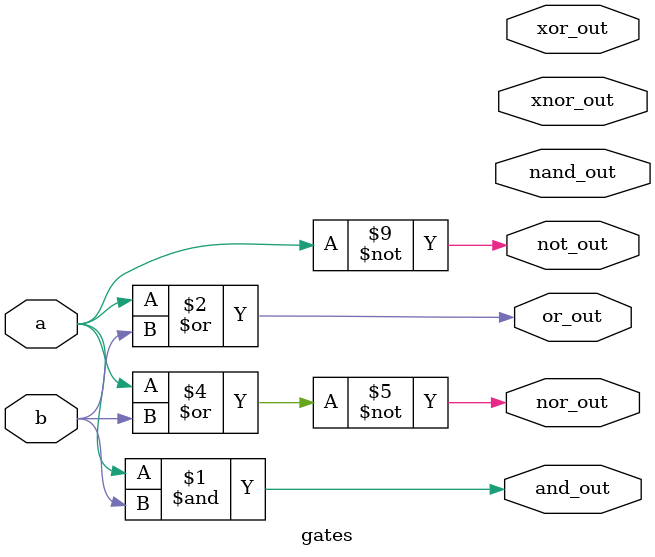
<source format=v>
`timescale 1ns / 1ps
module gates(
    input a,
    input b,
    output and_out,
    output or_out,
    output not_out,
    output nand_out,
    output nor_out,
    output xor_out,
    output xnor_out
    );
	 
	 and a1(and_out,a,b);
	 or a2(or_out,a,b);
	 not a3(not_out,a);
	 nand a4(nand_outa,b);
	 nor a5(nor_out,a,b);
	 xor a6(eor_out,a,b);
	 xnor a7(enor_out,a,b);
	 

endmodule

</source>
